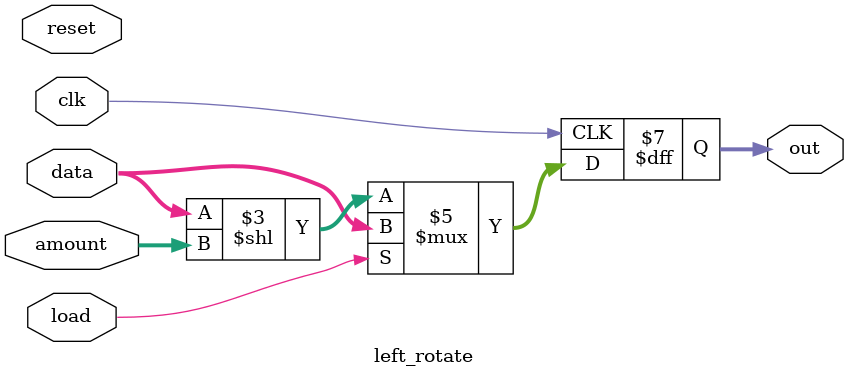
<source format=v>
module left_rotate(clk,reset,amount,data,load,out);
input clk,reset;
input [2:0] amount;
input [7:0] data;
input load;
output reg [7:0] out;
// when load is high, load data to out
// otherwise rotate the out register followed by left shift the out register by amount bits
always @(posedge clk)
  if (load == 1)
    out <= data;
  else
    out <= (data << amount);
endmodule

</source>
